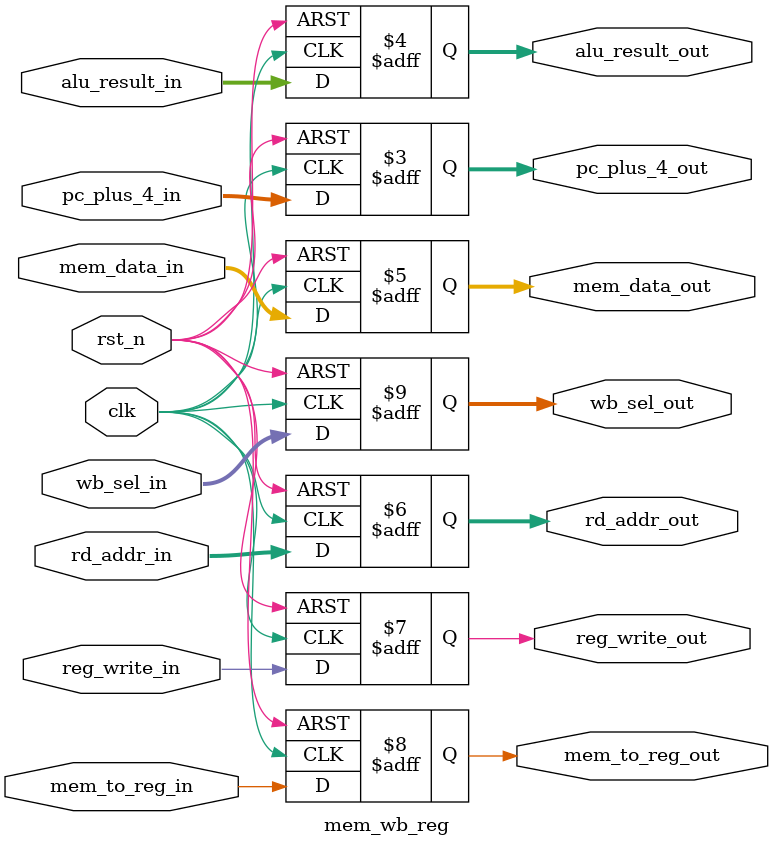
<source format=v>

`timescale 1ns / 1ps

module mem_wb_reg (
    input  wire        clk,
    input  wire        rst_n,

    // Data path input
    input  wire [31:0] pc_plus_4_in,
    input  wire [31:0] alu_result_in,
    input  wire [31:0] mem_data_in,
    input  wire [4:0]  rd_addr_in,

    // Control signal input
    input  wire        reg_write_in,
    input  wire        mem_to_reg_in,
    input  wire [1:0]  wb_sel_in,

    // Data path output
    output reg  [31:0] pc_plus_4_out,
    output reg  [31:0] alu_result_out,
    output reg  [31:0] mem_data_out,
    output reg  [4:0]  rd_addr_out,

    // Control signal output
    output reg         reg_write_out,
    output reg         mem_to_reg_out,
    output reg  [1:0]  wb_sel_out
);

    always @(posedge clk or negedge rst_n) begin
        if (!rst_n) begin
            pc_plus_4_out   <= 32'b0;
            alu_result_out  <= 32'b0;
            mem_data_out    <= 32'b0;
            rd_addr_out     <= 5'b0;

            reg_write_out   <= 1'b0;
            mem_to_reg_out  <= 1'b0;
            wb_sel_out      <= 2'b0;
        end else begin
            pc_plus_4_out   <= pc_plus_4_in;
            alu_result_out  <= alu_result_in;
            mem_data_out    <= mem_data_in;
            rd_addr_out     <= rd_addr_in;

            reg_write_out   <= reg_write_in;
            mem_to_reg_out  <= mem_to_reg_in;
            wb_sel_out      <= wb_sel_in;
        end
    end

endmodule

</source>
